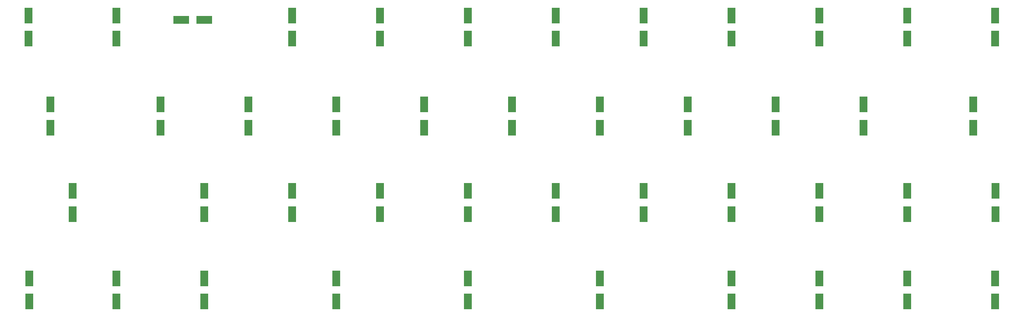
<source format=gbp>
G04 #@! TF.GenerationSoftware,KiCad,Pcbnew,(6.0.2-0)*
G04 #@! TF.CreationDate,2022-07-23T12:51:23+10:00*
G04 #@! TF.ProjectId,keyboard-with-attached-pico,6b657962-6f61-4726-942d-776974682d61,1.01*
G04 #@! TF.SameCoordinates,Original*
G04 #@! TF.FileFunction,Paste,Bot*
G04 #@! TF.FilePolarity,Positive*
%FSLAX46Y46*%
G04 Gerber Fmt 4.6, Leading zero omitted, Abs format (unit mm)*
G04 Created by KiCad (PCBNEW (6.0.2-0)) date 2022-07-23 12:51:23*
%MOMM*%
%LPD*%
G01*
G04 APERTURE LIST*
%ADD10R,1.800000X3.500000*%
%ADD11R,3.500000X1.800000*%
G04 APERTURE END LIST*
D10*
X103485999Y-133444060D03*
X103485999Y-128444060D03*
X208280000Y-152765052D03*
X208280000Y-147765052D03*
D11*
X136587092Y-129355560D03*
X141587092Y-129355560D03*
D10*
X103635770Y-190559831D03*
X103635770Y-185559831D03*
X274955000Y-171557650D03*
X274955000Y-166557650D03*
X274955000Y-190559831D03*
X274955000Y-185559831D03*
X227330000Y-190559831D03*
X227330000Y-185559831D03*
X236855000Y-133444060D03*
X236855000Y-128444060D03*
X122555000Y-190559831D03*
X122555000Y-185559831D03*
X198755000Y-171557650D03*
X198755000Y-166557650D03*
X284480000Y-152765052D03*
X284480000Y-147765052D03*
X227330000Y-152765052D03*
X227330000Y-147765052D03*
X255905000Y-190559831D03*
X255905000Y-185559831D03*
X313144667Y-171557650D03*
X313144667Y-166557650D03*
X170180000Y-190559831D03*
X170180000Y-185559831D03*
X294005000Y-171557650D03*
X294005000Y-166557650D03*
X198755000Y-133444060D03*
X198755000Y-128444060D03*
X217805000Y-133444060D03*
X217805000Y-128444060D03*
X236855000Y-171557650D03*
X236855000Y-166557650D03*
X255905000Y-133444060D03*
X255905000Y-128444060D03*
X294005000Y-133444060D03*
X294005000Y-128444060D03*
X160655000Y-171557650D03*
X160655000Y-166557650D03*
X179705000Y-133444060D03*
X179705000Y-128444060D03*
X294005000Y-190559831D03*
X294005000Y-185559831D03*
X308292500Y-152765052D03*
X308292500Y-147765052D03*
X108253648Y-152765052D03*
X108253648Y-147765052D03*
X217805000Y-171557650D03*
X217805000Y-166557650D03*
X160655000Y-133444060D03*
X160655000Y-128444060D03*
X151130000Y-152765052D03*
X151130000Y-147765052D03*
X274955000Y-133444060D03*
X274955000Y-128444060D03*
X170180000Y-152765052D03*
X170180000Y-147765052D03*
X132080000Y-152765052D03*
X132080000Y-147765052D03*
X255905000Y-171557650D03*
X255905000Y-166557650D03*
X179705000Y-171557650D03*
X179705000Y-166557650D03*
X113030000Y-171557650D03*
X113030000Y-166557650D03*
X265430000Y-152765052D03*
X265430000Y-147765052D03*
X246380000Y-152765052D03*
X246380000Y-147765052D03*
X313055000Y-133444060D03*
X313055000Y-128444060D03*
X313055000Y-190559831D03*
X313055000Y-185559831D03*
X189230000Y-152765052D03*
X189230000Y-147765052D03*
X141605000Y-171557650D03*
X141605000Y-166557650D03*
X122555000Y-133444060D03*
X122555000Y-128444060D03*
X141605000Y-190559831D03*
X141605000Y-185559831D03*
X198755000Y-190559831D03*
X198755000Y-185559831D03*
M02*

</source>
